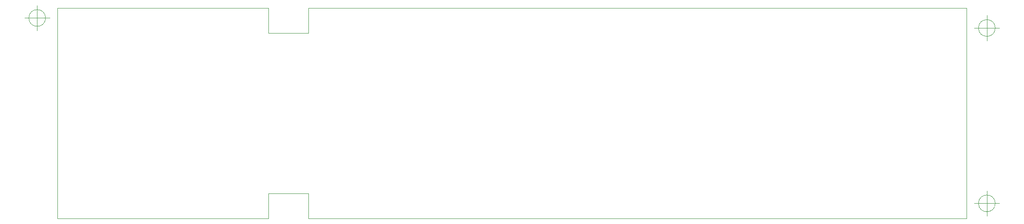
<source format=gm1>
G04 #@! TF.GenerationSoftware,KiCad,Pcbnew,5.0.2-bee76a0~70~ubuntu18.04.1*
G04 #@! TF.CreationDate,2019-01-24T05:23:48+01:00*
G04 #@! TF.ProjectId,radiador,72616469-6164-46f7-922e-6b696361645f,rev?*
G04 #@! TF.SameCoordinates,Original*
G04 #@! TF.FileFunction,Profile,NP*
%FSLAX46Y46*%
G04 Gerber Fmt 4.6, Leading zero omitted, Abs format (unit mm)*
G04 Created by KiCad (PCBNEW 5.0.2-bee76a0~70~ubuntu18.04.1) date jue 24 ene 2019 05:23:48 CET*
%MOMM*%
%LPD*%
G01*
G04 APERTURE LIST*
%ADD10C,0.100000*%
G04 APERTURE END LIST*
D10*
X17666666Y-22000000D02*
G75*
G03X17666666Y-22000000I-1666666J0D01*
G01*
X13500000Y-22000000D02*
X18500000Y-22000000D01*
X16000000Y-19500000D02*
X16000000Y-24500000D01*
X206666666Y-59000000D02*
G75*
G03X206666666Y-59000000I-1666666J0D01*
G01*
X202500000Y-59000000D02*
X207500000Y-59000000D01*
X205000000Y-56500000D02*
X205000000Y-61500000D01*
X206666666Y-24000000D02*
G75*
G03X206666666Y-24000000I-1666666J0D01*
G01*
X202500000Y-24000000D02*
X207500000Y-24000000D01*
X205000000Y-21500000D02*
X205000000Y-26500000D01*
X70000000Y-62000000D02*
X201000000Y-62000000D01*
X62000000Y-57000000D02*
X70000000Y-57000000D01*
X70000000Y-57000000D02*
X70000000Y-62000000D01*
X62000000Y-57000000D02*
X62000000Y-62000000D01*
X70000000Y-20000000D02*
X201000000Y-20000000D01*
X70000000Y-20000000D02*
X70000000Y-25000000D01*
X62000000Y-25000000D02*
X70000000Y-25000000D01*
X62000000Y-20000000D02*
X62000000Y-25000000D01*
X20000000Y-20000000D02*
X20000000Y-62000000D01*
X20000000Y-62000000D02*
X62000000Y-62000000D01*
X201000000Y-20000000D02*
X201000000Y-62000000D01*
X20000000Y-20000000D02*
X62000000Y-20000000D01*
M02*

</source>
